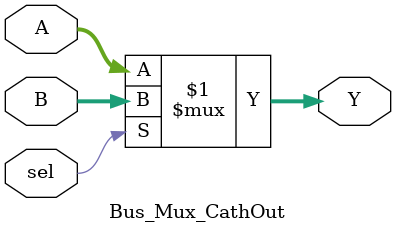
<source format=v>
`timescale 1ns / 1ps
module Bus_Mux_CathOut(
    input [4:0] A, B,
    input sel,
    output [4:0] Y
    );
    
    assign Y = sel? B : A;
endmodule

</source>
